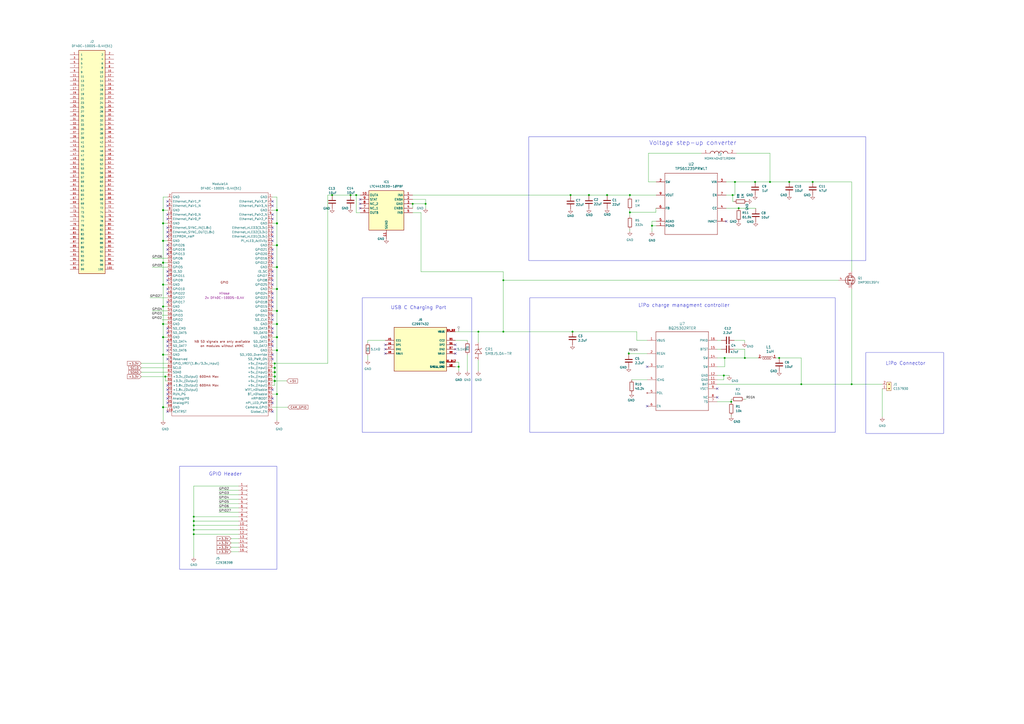
<source format=kicad_sch>
(kicad_sch (version 20230121) (generator eeschema)
  (paper "A2")
  (title_block (title "Raspberry Pi Compute Module 4 Carrier Board v1") (date "2023-06-21") (rev "v01") (comment 2 "creativecommons.org/licenses/by-sa/4.0") (comment 3 "License: CC BY 4.0") (comment 4 "Author: Iiro Karppanen"))
  (junction (at 378.206 130.937))
  (junction (at 206.629 113.157))
  (junction (at 94.615 139.7) (diameter 1.016))
  (junction (at 239.395 118.237))
  (junction (at 94.615 205.74) (diameter 1.016))
  (junction (at 364.744 205.105))
  (junction (at 160.655 154.94) (diameter 1.016))
  (junction (at 246.888 118.237))
  (junction (at 160.655 180.34) (diameter 1.016))
  (junction (at 159.385 220.98) (diameter 1.016))
  (junction (at 159.385 215.9) (diameter 1.016))
  (junction (at 291.973 162.56))
  (junction (at 291.973 192.405))
  (junction (at 160.655 142.24) (diameter 1.016))
  (junction (at 330.962 113.157))
  (junction (at 95.885 218.44))
  (junction (at 112.395 299.72))
  (junction (at 451.993 207.645))
  (junction (at 424.18 233.045))
  (junction (at 426.339 105.537))
  (junction (at 419.862 217.805))
  (junction (at 420.37 207.645))
  (junction (at 112.395 309.88))
  (junction (at 94.615 165.1) (diameter 1.016))
  (junction (at 432.054 207.645))
  (junction (at 341.63 113.157))
  (junction (at 159.385 218.44) (diameter 1.016))
  (junction (at 203.327 113.157))
  (junction (at 352.171 113.157))
  (junction (at 94.615 236.22) (diameter 1.016))
  (junction (at 112.395 304.8))
  (junction (at 438.023 105.537))
  (junction (at 94.615 187.96) (diameter 1.016))
  (junction (at 160.655 167.64) (diameter 1.016))
  (junction (at 365.379 123.19))
  (junction (at 160.655 228.6))
  (junction (at 160.655 195.58) (diameter 1.016))
  (junction (at 428.498 120.777))
  (junction (at 464.82 222.885))
  (junction (at 494.03 222.885))
  (junction (at 159.385 213.36) (diameter 1.016))
  (junction (at 160.655 129.54) (diameter 1.016))
  (junction (at 94.615 129.54) (diameter 1.016))
  (junction (at 266.065 212.725))
  (junction (at 94.615 121.92) (diameter 1.016))
  (junction (at 112.395 307.34))
  (junction (at 192.659 113.157))
  (junction (at 94.615 195.58) (diameter 1.016))
  (junction (at 94.615 152.4) (diameter 1.016))
  (junction (at 160.655 203.2) (diameter 1.016))
  (junction (at 332.105 192.405))
  (junction (at 365.379 113.157))
  (junction (at 160.655 187.96) (diameter 1.016))
  (junction (at 160.655 121.92) (diameter 1.016))
  (junction (at 424.9928 113.157))
  (junction (at 457.835 105.537))
  (junction (at 159.385 210.82))
  (junction (at 446.659 105.537))
  (junction (at 112.395 302.26))
  (junction (at 277.495 192.405))
  (junction (at 471.424 105.537))
  (junction (at 94.615 177.8) (diameter 1.016))
  (no_connect (at 158.115 226.06))
  (no_connect (at 158.115 127))
  (no_connect (at 421.259 128.397))
  (no_connect (at 158.115 162.56))
  (no_connect (at 97.155 223.52))
  (no_connect (at 223.52 200.025))
  (no_connect (at 158.115 185.42))
  (no_connect (at 158.115 149.86))
  (no_connect (at 158.115 160.02))
  (no_connect (at 158.115 134.62))
  (no_connect (at 158.115 208.28))
  (no_connect (at 97.155 167.64))
  (no_connect (at 97.155 116.84))
  (no_connect (at 223.52 205.105))
  (no_connect (at 158.115 190.5))
  (no_connect (at 97.155 190.5))
  (no_connect (at 97.155 137.16))
  (no_connect (at 158.115 231.14))
  (no_connect (at 158.115 124.46))
  (no_connect (at 208.915 118.237))
  (no_connect (at 158.115 198.12))
  (no_connect (at 158.115 238.76))
  (no_connect (at 158.115 200.66))
  (no_connect (at 375.412 235.585))
  (no_connect (at 416.052 230.505))
  (no_connect (at 97.155 175.26))
  (no_connect (at 158.115 152.4))
  (no_connect (at 158.115 205.74))
  (no_connect (at 97.155 226.06))
  (no_connect (at 158.115 177.8))
  (no_connect (at 97.155 200.66))
  (no_connect (at 158.115 147.32))
  (no_connect (at 158.115 193.04))
  (no_connect (at 97.155 134.62))
  (no_connect (at 97.155 124.46))
  (no_connect (at 158.115 132.08))
  (no_connect (at 416.052 225.425))
  (no_connect (at 264.16 205.105))
  (no_connect (at 158.115 182.88))
  (no_connect (at 97.155 231.14))
  (no_connect (at 97.155 193.04))
  (no_connect (at 97.155 233.68))
  (no_connect (at 97.155 147.32))
  (no_connect (at 158.115 233.68))
  (no_connect (at 97.155 144.78))
  (no_connect (at 158.115 170.18))
  (no_connect (at 158.115 116.84))
  (no_connect (at 208.915 115.697))
  (no_connect (at 97.155 127))
  (no_connect (at 97.155 157.48))
  (no_connect (at 158.115 165.1))
  (no_connect (at 97.155 238.76))
  (no_connect (at 97.155 228.6))
  (no_connect (at 158.115 144.78))
  (no_connect (at 158.115 139.7))
  (no_connect (at 97.155 132.08))
  (no_connect (at 208.915 120.777))
  (no_connect (at 158.115 157.48))
  (no_connect (at 97.155 160.02))
  (no_connect (at 375.412 212.725))
  (no_connect (at 97.155 162.56))
  (no_connect (at 97.155 170.18))
  (no_connect (at 97.155 208.28))
  (no_connect (at 264.16 200.025))
  (no_connect (at 158.115 137.16))
  (no_connect (at 97.155 142.24))
  (no_connect (at 97.155 203.2))
  (no_connect (at 97.155 198.12))
  (no_connect (at 158.115 175.26))
  (no_connect (at 264.16 202.565))
  (no_connect (at 158.115 172.72))
  (no_connect (at 97.155 119.38))
  (no_connect (at 158.115 119.38))
  (no_connect (at 223.52 202.565))
  (wire (pts (xy 158.115 142.24) (xy 160.655 142.24)))
  (wire (pts (xy 138.43 307.34) (xy 112.395 307.34)))
  (wire (pts (xy 158.115 220.98) (xy 159.385 220.98)))
  (wire (pts (xy 378.206 128.397) (xy 378.206 130.937)))
  (wire (pts (xy 158.115 121.92) (xy 160.655 121.92)))
  (wire (pts (xy 158.115 154.94) (xy 160.655 154.94)))
  (wire (pts (xy 341.63 113.157) (xy 341.63 113.411)))
  (wire (pts (xy 264.16 192.405) (xy 277.495 192.405)))
  (wire (pts (xy 457.835 105.537) (xy 446.659 105.537)))
  (wire (pts (xy 158.115 213.36) (xy 159.385 213.36)))
  (wire (pts (xy 112.395 307.34) (xy 112.395 309.88)))
  (wire (pts (xy 365.379 132.969) (xy 365.379 134.112)))
  (wire (pts (xy 376.174 105.537) (xy 380.619 105.537)))
  (wire (pts (xy 206.629 123.317) (xy 206.629 113.157)))
  (wire (pts (xy 159.385 215.9) (xy 159.385 213.36)))
  (wire (pts (xy 416.052 217.805) (xy 419.862 217.805)))
  (wire (pts (xy 494.03 105.537) (xy 494.03 157.48)))
  (wire (pts (xy 158.115 223.52) (xy 159.385 223.52)))
  (wire (pts (xy 127 294.64) (xy 138.43 294.64)))
  (wire (pts (xy 160.655 114.3) (xy 160.655 121.92)))
  (wire (pts (xy 112.395 304.8) (xy 138.43 304.8)))
  (wire (pts (xy 450.088 207.645) (xy 451.993 207.645)))
  (wire (pts (xy 138.43 309.88) (xy 112.395 309.88)))
  (wire (pts (xy 378.206 130.937) (xy 380.619 130.937)))
  (wire (pts (xy 158.115 228.6) (xy 160.655 228.6)))
  (wire (pts (xy 95.885 218.44) (xy 97.155 218.44)))
  (wire (pts (xy 94.615 205.74) (xy 94.615 236.22)))
  (wire (pts (xy 428.498 120.777) (xy 438.404 120.777)))
  (wire (pts (xy 158.115 129.54) (xy 160.655 129.54)))
  (wire (pts (xy 213.36 206.375) (xy 213.36 208.788)))
  (wire (pts (xy 364.744 205.105) (xy 364.744 205.486)))
  (wire (pts (xy 93.98 182.88) (xy 97.155 182.88)))
  (wire (pts (xy 244.221 157.607) (xy 291.973 157.607)))
  (wire (pts (xy 160.655 203.2) (xy 160.655 228.6)))
  (wire (pts (xy 239.395 113.157) (xy 330.962 113.157)))
  (wire (pts (xy 158.115 215.9) (xy 159.385 215.9)))
  (wire (pts (xy 94.615 121.92) (xy 97.155 121.92)))
  (wire (pts (xy 511.81 225.425) (xy 511.81 241.935)))
  (wire (pts (xy 112.395 299.72) (xy 112.395 302.26)))
  (wire (pts (xy 378.206 130.937) (xy 378.206 134.366)))
  (wire (pts (xy 291.973 162.56) (xy 486.41 162.56)))
  (wire (pts (xy 428.498 120.777) (xy 428.498 120.904)))
  (wire (pts (xy 94.615 152.4) (xy 94.615 165.1)))
  (wire (pts (xy 366.395 220.345) (xy 375.412 220.345)))
  (wire (pts (xy 112.395 309.88) (xy 112.395 323.215)))
  (wire (pts (xy 160.655 195.58) (xy 160.655 203.2)))
  (wire (pts (xy 159.385 213.36) (xy 159.385 210.82)))
  (wire (pts (xy 432.054 202.565) (xy 432.054 207.645)))
  (wire (pts (xy 160.655 121.92) (xy 160.655 129.54)))
  (wire (pts (xy 426.339 105.537) (xy 426.339 113.157)))
  (wire (pts (xy 94.615 165.1) (xy 97.155 165.1)))
  (wire (pts (xy 365.379 121.793) (xy 365.379 123.19)))
  (wire (pts (xy 246.888 118.237) (xy 246.888 120.777)))
  (wire (pts (xy 271.145 205.74) (xy 271.145 215.265)))
  (wire (pts (xy 213.36 197.485) (xy 213.36 198.755)))
  (wire (pts (xy 464.82 222.885) (xy 494.03 222.885)))
  (wire (pts (xy 158.115 167.64) (xy 160.655 167.64)))
  (wire (pts (xy 416.052 207.645) (xy 420.37 207.645)))
  (wire (pts (xy 341.63 113.157) (xy 330.962 113.157)))
  (wire (pts (xy 421.259 105.537) (xy 426.339 105.537)))
  (wire (pts (xy 206.629 113.157) (xy 208.915 113.157)))
  (wire (pts (xy 291.973 157.607) (xy 291.973 162.56)))
  (wire (pts (xy 94.615 195.58) (xy 97.155 195.58)))
  (wire (pts (xy 239.395 118.237) (xy 239.395 120.777)))
  (wire (pts (xy 94.615 177.8) (xy 94.615 187.96)))
  (wire (pts (xy 88.265 154.94) (xy 97.155 154.94)))
  (wire (pts (xy 380.492 120.777) (xy 380.492 123.19)))
  (wire (pts (xy 95.885 220.98) (xy 95.885 218.44)))
  (wire (pts (xy 94.615 114.3) (xy 94.615 121.92)))
  (wire (pts (xy 277.495 192.405) (xy 277.495 198.755)))
  (wire (pts (xy 81.915 218.44) (xy 95.885 218.44)))
  (wire (pts (xy 376.174 105.537) (xy 376.174 88.9)))
  (wire (pts (xy 416.052 222.885) (xy 464.82 222.885)))
  (wire (pts (xy 94.615 152.4) (xy 97.155 152.4)))
  (wire (pts (xy 277.495 208.915) (xy 277.495 215.265)))
  (wire (pts (xy 375.412 205.105) (xy 364.744 205.105)))
  (wire (pts (xy 424.9928 113.157) (xy 421.259 113.157)))
  (wire (pts (xy 369.443 192.405) (xy 369.443 197.485)))
  (wire (pts (xy 431.8 231.521) (xy 432.816 231.521)))
  (wire (pts (xy 94.615 139.7) (xy 97.155 139.7)))
  (wire (pts (xy 494.03 105.537) (xy 471.424 105.537)))
  (wire (pts (xy 416.052 202.565) (xy 418.338 202.565)))
  (wire (pts (xy 365.252 123.19) (xy 365.379 123.19)))
  (wire (pts (xy 332.105 192.405) (xy 369.443 192.405)))
  (wire (pts (xy 365.379 113.157) (xy 365.379 114.173)))
  (wire (pts (xy 291.973 192.405) (xy 332.105 192.405)))
  (wire (pts (xy 81.915 215.9) (xy 97.155 215.9)))
  (wire (pts (xy 291.973 162.56) (xy 291.973 192.405)))
  (wire (pts (xy 88.265 180.34) (xy 97.155 180.34)))
  (wire (pts (xy 94.615 187.96) (xy 94.615 195.58)))
  (wire (pts (xy 330.962 113.157) (xy 330.962 113.665)))
  (wire (pts (xy 127 287.02) (xy 138.43 287.02)))
  (wire (pts (xy 112.395 302.26) (xy 138.43 302.26)))
  (wire (pts (xy 352.171 113.157) (xy 352.171 113.284)))
  (wire (pts (xy 160.655 129.54) (xy 160.655 142.24)))
  (wire (pts (xy 426.339 113.157) (xy 424.9928 113.157)))
  (wire (pts (xy 93.98 185.42) (xy 97.155 185.42)))
  (wire (pts (xy 246.888 115.697) (xy 246.888 118.237)))
  (wire (pts (xy 264.16 210.185) (xy 266.065 210.185)))
  (wire (pts (xy 424.18 231.521) (xy 424.18 233.045)))
  (wire (pts (xy 133.985 312.42) (xy 138.43 312.42)))
  (wire (pts (xy 160.655 142.24) (xy 160.655 154.94)))
  (wire (pts (xy 420.37 207.645) (xy 432.054 207.645)))
  (wire (pts (xy 425.958 202.565) (xy 432.054 202.565)))
  (wire (pts (xy 446.659 88.9) (xy 446.659 105.537)))
  (wire (pts (xy 112.395 299.72) (xy 138.43 299.72)))
  (wire (pts (xy 431.927 197.485) (xy 425.958 197.485)))
  (wire (pts (xy 239.395 118.237) (xy 246.888 118.237)))
  (wire (pts (xy 94.615 121.92) (xy 94.615 129.54)))
  (wire (pts (xy 133.985 317.5) (xy 138.43 317.5)))
  (wire (pts (xy 446.659 105.537) (xy 438.023 105.537)))
  (wire (pts (xy 160.655 228.6) (xy 160.655 243.84)))
  (wire (pts (xy 364.744 203.962) (xy 364.744 205.105)))
  (wire (pts (xy 424.9928 116.8908) (xy 425.7294 116.8908)))
  (wire (pts (xy 160.655 180.34) (xy 160.655 187.96)))
  (wire (pts (xy 427.228 88.9) (xy 446.659 88.9)))
  (wire (pts (xy 160.655 154.94) (xy 160.655 167.64)))
  (wire (pts (xy 451.993 207.645) (xy 464.82 207.645)))
  (wire (pts (xy 244.221 123.317) (xy 244.221 157.607)))
  (wire (pts (xy 158.115 218.44) (xy 159.385 218.44)))
  (wire (pts (xy 127 292.1) (xy 138.43 292.1)))
  (wire (pts (xy 112.395 304.8) (xy 112.395 307.34)))
  (wire (pts (xy 158.115 180.34) (xy 160.655 180.34)))
  (wire (pts (xy 416.052 197.485) (xy 418.338 197.485)))
  (wire (pts (xy 190.119 113.157) (xy 192.659 113.157)))
  (wire (pts (xy 86.995 172.72) (xy 97.155 172.72)))
  (wire (pts (xy 133.985 320.04) (xy 138.43 320.04)))
  (wire (pts (xy 94.615 139.7) (xy 94.615 152.4)))
  (wire (pts (xy 239.395 123.317) (xy 244.221 123.317)))
  (wire (pts (xy 127 284.48) (xy 138.43 284.48)))
  (wire (pts (xy 365.379 113.157) (xy 352.171 113.157)))
  (wire (pts (xy 464.82 207.645) (xy 464.82 222.885)))
  (wire (pts (xy 416.052 233.045) (xy 424.18 233.045)))
  (wire (pts (xy 352.171 113.157) (xy 341.63 113.157)))
  (wire (pts (xy 494.03 167.64) (xy 494.03 222.885)))
  (wire (pts (xy 94.615 205.74) (xy 97.155 205.74)))
  (wire (pts (xy 423.037 217.805) (xy 423.037 217.932)))
  (wire (pts (xy 277.495 192.405) (xy 291.973 192.405)))
  (wire (pts (xy 376.174 88.9) (xy 406.908 88.9)))
  (wire (pts (xy 112.395 281.94) (xy 112.395 299.72)))
  (wire (pts (xy 88.265 149.86) (xy 97.155 149.86)))
  (wire (pts (xy 424.9928 113.157) (xy 424.9928 116.8908)))
  (wire (pts (xy 192.659 113.157) (xy 192.659 113.284)))
  (wire (pts (xy 81.915 210.82) (xy 97.155 210.82)))
  (wire (pts (xy 94.615 236.22) (xy 97.155 236.22)))
  (wire (pts (xy 471.424 105.537) (xy 457.835 105.537)))
  (wire (pts (xy 264.16 212.725) (xy 266.065 212.725)))
  (wire (pts (xy 438.404 120.777) (xy 438.404 121.031)))
  (wire (pts (xy 94.615 187.96) (xy 97.155 187.96)))
  (wire (pts (xy 158.115 210.82) (xy 159.385 210.82)))
  (wire (pts (xy 419.862 220.345) (xy 419.862 217.805)))
  (wire (pts (xy 94.615 177.8) (xy 97.155 177.8)))
  (wire (pts (xy 416.052 212.725) (xy 420.37 212.725)))
  (wire (pts (xy 266.065 212.725) (xy 266.065 215.265)))
  (wire (pts (xy 271.145 197.485) (xy 271.145 198.12)))
  (wire (pts (xy 424.18 240.919) (xy 424.18 241.554)))
  (wire (pts (xy 416.052 220.345) (xy 419.862 220.345)))
  (wire (pts (xy 138.43 281.94) (xy 112.395 281.94)))
  (wire (pts (xy 190.119 113.157) (xy 190.119 210.82)))
  (wire (pts (xy 97.155 114.3) (xy 94.615 114.3)))
  (wire (pts (xy 159.385 223.52) (xy 159.385 220.98)))
  (wire (pts (xy 158.115 187.96) (xy 160.655 187.96)))
  (wire (pts (xy 158.115 203.2) (xy 160.655 203.2)))
  (wire (pts (xy 380.492 123.19) (xy 365.379 123.19)))
  (wire (pts (xy 192.659 113.157) (xy 203.327 113.157)))
  (wire (pts (xy 369.443 197.485) (xy 375.412 197.485)))
  (wire (pts (xy 208.915 123.317) (xy 206.629 123.317)))
  (wire (pts (xy 365.379 123.19) (xy 365.379 125.349)))
  (wire (pts (xy 239.395 115.697) (xy 246.888 115.697)))
  (wire (pts (xy 159.385 220.98) (xy 159.385 218.44)))
  (wire (pts (xy 127 297.18) (xy 138.43 297.18)))
  (wire (pts (xy 159.385 210.82) (xy 190.119 210.82)))
  (wire (pts (xy 94.615 165.1) (xy 94.615 177.8)))
  (wire (pts (xy 159.385 218.44) (xy 159.385 215.9)))
  (wire (pts (xy 133.985 314.96) (xy 138.43 314.96)))
  (wire (pts (xy 158.115 195.58) (xy 160.655 195.58)))
  (wire (pts (xy 94.615 129.54) (xy 94.615 139.7)))
  (wire (pts (xy 158.115 236.22) (xy 167.005 236.22)))
  (wire (pts (xy 127 289.56) (xy 138.43 289.56)))
  (wire (pts (xy 494.03 222.885) (xy 511.81 222.885)))
  (wire (pts (xy 431.927 198.755) (xy 431.927 197.485)))
  (wire (pts (xy 426.339 105.537) (xy 438.023 105.537)))
  (wire (pts (xy 380.492 120.777) (xy 380.619 120.777)))
  (wire (pts (xy 94.615 195.58) (xy 94.615 205.74)))
  (wire (pts (xy 380.619 128.397) (xy 378.206 128.397)))
  (wire (pts (xy 266.065 210.185) (xy 266.065 212.725)))
  (wire (pts (xy 158.115 114.3) (xy 160.655 114.3)))
  (wire (pts (xy 380.619 113.157) (xy 365.379 113.157)))
  (wire (pts (xy 419.862 217.805) (xy 423.037 217.805)))
  (wire (pts (xy 94.615 129.54) (xy 97.155 129.54)))
  (wire (pts (xy 223.52 197.485) (xy 213.36 197.485)))
  (wire (pts (xy 203.327 113.157) (xy 206.629 113.157)))
  (wire (pts (xy 159.385 220.98) (xy 166.37 220.98)))
  (wire (pts (xy 81.915 213.36) (xy 97.155 213.36)))
  (wire (pts (xy 420.37 212.725) (xy 420.37 207.645)))
  (wire (pts (xy 94.615 236.22) (xy 94.615 243.84)))
  (wire (pts (xy 424.18 233.045) (xy 424.18 233.299)))
  (wire (pts (xy 160.655 187.96) (xy 160.655 195.58)))
  (wire (pts (xy 160.655 167.64) (xy 160.655 180.34)))
  (wire (pts (xy 97.155 220.98) (xy 95.885 220.98)))
  (wire (pts (xy 112.395 302.26) (xy 112.395 304.8)))
  (wire (pts (xy 432.054 207.645) (xy 439.928 207.645)))
  (wire (pts (xy 264.16 197.485) (xy 271.145 197.485)))
  (wire (pts (xy 421.259 120.777) (xy 428.498 120.777)))
  (rectangle (start 306.705 79.375) (end 502.285 151.13))
  (rectangle (start 307.34 172.72) (end 484.505 250.825))
  (rectangle (start 210.185 172.72) (end 273.685 250.825))
  (rectangle (start 104.14 270.51) (end 160.655 330.2))
  (rectangle (start 502.285 204.47) (end 547.37 251.46))
  (text "USB C Charging Port\n" (at 226.695 179.705 0) (effects (font (size 2 2)) (justify left bottom)))
  (text "LiPo charge managment controller\n\n" (at 370.205 181.61 0) (effects (font (size 2 2)) (justify left bottom)))
  (text "Voltage step-up converter" (at 376.555 84.455 0) (effects (font (size 2.5 2.5)) (justify left bottom)))
  (text "GPIO Header" (at 140.335 276.225 0) (effects (font (size 2 2)) (justify right bottom)))
  (text "LiPo Connector\n\n" (at 513.715 215.265 0) (effects (font (size 2 2)) (justify left bottom)))
  (label "GPIO27" (at 127 297.18 0))
  (label "GPIO6" (at 127 294.64 0))
  (label "GPIO3" (at 93.98 182.88 180))
  (label "GPIO4" (at 88.265 180.34 0))
  (label "REGN" (at 364.744 203.962 0))
  (label "GPIO2" (at 93.98 185.42 180))
  (label "GPIO3" (at 127 287.02 0))
  (label "GPIO27" (at 86.995 172.72 0))
  (label "GPIO4" (at 127 289.56 0))
  (label "REGN" (at 432.816 231.521 0))
  (label "GPIO5" (at 88.265 154.94 0))
  (label "GPIO6" (at 88.265 149.86 0))
  (label "GPIO5" (at 127 292.1 0))
  (label "GPIO2" (at 127 284.48 0))
  (global_label "+3.3V" (shape input) (at 133.985 312.42 180) (property "Intersheetrefs" "${INTERSHEET_REFS}" (effects hide)))
  (global_label "SCL0" (shape input) (at 81.915 213.36 180) (property "Intersheetrefs" "${INTERSHEET_REFS}" (effects hide)))
  (global_label "+3.3V" (shape input) (at 133.985 317.5 180) (property "Intersheetrefs" "${INTERSHEET_REFS}" (effects hide)))
  (global_label "+3.3V" (shape input) (at 133.985 314.96 180) (property "Intersheetrefs" "${INTERSHEET_REFS}" (effects hide)))
  (global_label "+3.3V" (shape input) (at 81.915 218.44 180) (property "Intersheetrefs" "${INTERSHEET_REFS}" (effects hide)))
  (global_label "+3.3V" (shape input) (at 81.915 210.82 180) (property "Intersheetrefs" "${INTERSHEET_REFS}" (effects hide)))
  (global_label "+5V" (shape input) (at 166.37 220.98 0) (property "Intersheetrefs" "${INTERSHEET_REFS}" (effects hide)))
  (global_label "+3.3V" (shape input) (at 133.985 320.04 180) (property "Intersheetrefs" "${INTERSHEET_REFS}" (effects hide)))
  (global_label "SDA0" (shape input) (at 81.915 215.9 180) (property "Intersheetrefs" "${INTERSHEET_REFS}" (effects hide)))
  (global_label "CAM_GPIO" (shape input) (at 167.005 236.22 0) (property "Intersheetrefs" "${INTERSHEET_REFS}" (effects hide)))
  (netclass_flag "" (length 2.54) (shape round) (at 266.065 192.405 0) (property "Netclass" "Power" (effects hide)))
  (symbol (lib_name "GND_4") (lib_id "power:GND") (at 192.659 120.904 0) (unit 1)
    (property "Reference" "#PWR032" (effects hide))
    (property "Value" "GND" (at 189.484 120.904 0))
  )
  (symbol (lib_name "GND_4") (lib_id "power:GND") (at 471.424 113.157 0) (unit 1)
    (property "Reference" "#PWR029" (effects hide))
    (property "Value" "GND" (at 468.249 113.157 0))
  )
  (symbol (lib_id "Device:R") (at 365.379 117.983 0) (unit 1)
    (property "Reference" "R7" (at 368.3 116.713 0) (effects (justify left)))
    (property "Value" "1M" (at 368.3 119.253 0) (effects (justify left)))
    (property "Footprint" "Resistor_SMD:R_0603_1608Metric" (effects hide))
  )
  (symbol (lib_id "Device:C") (at 422.148 202.565 270) (unit 1)
    (property "Reference" "C4" (at 425.45 200.406 90))
    (property "Value" "47nF" (at 426.085 204.216 90))
    (property "Footprint" "Capacitor_SMD:C_0603_1608Metric" (effects hide))
  )
  (symbol (lib_id "power:GND") (at 94.615 243.84 0) (unit 1)
    (property "Reference" "#PWR0101" (effects hide))
    (property "Value" "GND" (at 95.885 248.92 0))
  )
  (symbol (lib_id "DF40C-100DS-0.4V_51_:DF40C-100DS-0.4V(51)") (at 53.34 92.71 0) (unit 1)
    (property "Reference" "J2" (at 53.34 24.13 0))
    (property "Value" "DF40C-100DS-0.4V(51)" (at 53.34 26.67 0))
    (property "Footprint" "DF40C-100DS-0.4V_51_:HRS_DF40C-100DS-0.4V(51)" (effects hide))
    (property "PRICE" "$1.36 USD" (effects hide))
    (property "MF" "HRS" (effects hide))
    (property "MP" "DF40C-100DS-0.4V(51)" (effects hide))
    (property "AVAILABILITY" "Good" (effects hide))
    (property "PACKAGE" "None" (effects hide))
  )
  (symbol (lib_name "GND_1") (lib_id "power:GND") (at 365.379 134.112 0) (unit 1)
    (property "Reference" "#PWR01" (effects hide))
    (property "Value" "GND" (at 365.379 139.192 0))
  )
  (symbol (lib_id "Device:C") (at 457.835 109.347 0) (unit 1)
    (property "Reference" "C10" (at 461.01 108.077 0) (effects (justify left)))
    (property "Value" "10uF" (at 461.01 110.617 0) (effects (justify left)))
    (property "Footprint" "Capacitor_SMD:C_0603_1608Metric" (effects hide))
  )
  (symbol (lib_id "Device:R") (at 271.145 201.93 180) (unit 1)
    (property "Reference" "R9" (at 271.272 202.057 90))
    (property "Value" "5.1kΩ" (at 267.97 202.565 0))
    (property "Footprint" "Resistor_SMD:R_0603_1608Metric" (effects hide))
  )
  (symbol (lib_id "Device:C") (at 364.744 209.296 0) (unit 1)
    (property "Reference" "C5" (at 368.3 208.026 0) (effects (justify left)))
    (property "Value" "2.2uF" (at 368.3 210.566 0) (effects (justify left)))
    (property "Footprint" "Capacitor_SMD:C_0603_1608Metric" (effects hide))
  )
  (symbol (lib_name "GND_4") (lib_id "power:GND") (at 224.155 138.557 0) (unit 1)
    (property "Reference" "#PWR030" (effects hide))
    (property "Value" "GND" (at 220.98 138.557 0))
  )
  (symbol (lib_name "GND_4") (lib_id "power:GND") (at 424.18 241.554 0) (unit 1)
    (property "Reference" "#PWR018" (effects hide))
    (property "Value" "GND" (at 427.482 244.602 0))
  )
  (symbol (lib_id "power:GND") (at 160.655 243.84 0) (unit 1)
    (property "Reference" "#PWR0102" (effects hide))
    (property "Value" "GND" (at 161.925 248.92 0))
  )
  (symbol (lib_name "GND_4") (lib_id "power:GND") (at 457.835 113.157 0) (unit 1)
    (property "Reference" "#PWR028" (effects hide))
    (property "Value" "GND" (at 454.66 113.157 0))
  )
  (symbol (lib_id "CM4IO:ComputeModule4-CM4") (at 130.175 170.18 0) (unit 1)
    (property "Reference" "Module1" (at 127.635 106.68 0))
    (property "Value" " DF40C-100DS-0.4V(51)" (at 127.635 109.22 0))
    (property "Footprint" "CM4IO:Raspberry-Pi-4-Compute-Module" (effects hide))
    (property "Manufacturer" "Hirose" (at 130.175 170.18 0))
    (property "MPN" "2x DF40C-100DS-0.4V" (at 130.175 172.72 0))
    (property "Digi-Key_PN" "2x H11615CT-ND" (effects hide))
    (property "Digi-Key_PN (Alt)" "2x H124602CT-ND" (effects hide))
  )
  (symbol (lib_id "Device:C") (at 341.63 117.221 0) (unit 1)
    (property "Reference" "C2" (at 344.424 115.824 0) (effects (justify left)))
    (property "Value" "22uF" (at 344.424 118.364 0) (effects (justify left)))
    (property "Footprint" "Capacitor_SMD:C_0603_1608Metric" (effects hide))
  )
  (symbol (lib_name "GND_4") (lib_id "power:GND") (at 431.927 198.755 0) (unit 1)
    (property "Reference" "#PWR021" (effects hide))
    (property "Value" "GND" (at 435.102 200.914 0))
  )
  (symbol (lib_name "GND_4") (lib_id "power:GND") (at 438.404 128.651 0) (unit 1)
    (property "Reference" "#PWR022" (effects hide))
    (property "Value" "GND" (at 435.229 128.651 0))
  )
  (symbol (lib_name "GND_1") (lib_id "power:GND") (at 332.105 200.025 0) (unit 1)
    (property "Reference" "#PWR010" (effects hide))
    (property "Value" "GND" (effects hide))
  )
  (symbol (lib_name "GND_8") (lib_id "power:GND") (at 271.145 215.265 0) (unit 1)
    (property "Reference" "#PWR013" (effects hide))
    (property "Value" "GND" (at 271.145 220.345 0))
  )
  (symbol (lib_name "GND_4") (lib_id "power:GND") (at 438.023 113.157 0) (unit 1)
    (property "Reference" "#PWR027" (effects hide))
    (property "Value" "GND" (at 434.848 113.157 0))
  )
  (symbol (lib_name "GND_4") (lib_id "power:GND") (at 364.744 213.106 0) (unit 1)
    (property "Reference" "#PWR017" (effects hide))
    (property "Value" "GND" (at 361.569 213.106 0))
  )
  (symbol (lib_name "BQ25302RTER_1") (lib_id "BQ25302:BQ25302RTER") (at 395.732 215.265 0) (unit 1)
    (property "Reference" "U7" (at 395.732 187.833 0) (effects (font (size 1.524 1.524))))
    (property "Value" "BQ25302RTER" (at 395.732 190.373 0) (effects (font (size 1.524 1.524))))
    (property "Footprint" "BQ25302:RTE0016C" (effects hide))
    (property "Datasheet" "BQ25302RTER" (effects hide))
  )
  (symbol (lib_id "Device:C") (at 471.424 109.347 0) (unit 1)
    (property "Reference" "C11" (at 474.98 108.077 0) (effects (justify left)))
    (property "Value" "47uF" (at 474.98 110.617 0) (effects (justify left)))
    (property "Footprint" "Capacitor_SMD:C_1206_3216Metric" (effects hide))
  )
  (symbol (lib_id "Device:R") (at 429.5394 116.8908 90) (unit 1)
    (property "Reference" "R8" (at 428.2694 115.1128 0) (effects (justify left)))
    (property "Value" "1M" (at 430.8094 115.1128 0) (effects (justify left)))
    (property "Footprint" "Resistor_SMD:R_0603_1608Metric" (effects hide))
  )
  (symbol (lib_name "GND_2") (lib_id "power:GND") (at 511.81 241.935 0) (unit 1)
    (property "Reference" "#PWR02" (effects hide))
    (property "Value" "GND" (at 511.81 247.015 0))
  )
  (symbol (lib_name "GND_4") (lib_id "power:GND") (at 451.993 215.265 0) (unit 1)
    (property "Reference" "#PWR020" (effects hide))
    (property "Value" "GND" (at 448.818 215.265 0))
  )
  (symbol (lib_id "Device:C") (at 203.327 116.967 0) (unit 1)
    (property "Reference" "C14" (at 201.168 109.22 0) (effects (justify left)))
    (property "Value" "10uF" (at 201.168 111.76 0) (effects (justify left)))
    (property "Footprint" "Capacitor_SMD:C_0603_1608Metric" (effects hide))
  )
  (symbol (lib_id "Device:C") (at 451.993 211.455 0) (unit 1)
    (property "Reference" "C6" (at 455.168 210.185 0) (effects (justify left)))
    (property "Value" "10uF" (at 455.168 212.725 0) (effects (justify left)))
    (property "Footprint" "Capacitor_SMD:C_0603_1608Metric" (effects hide))
  )
  (symbol (lib_name "GND_4") (lib_id "power:GND") (at 428.498 128.524 0) (unit 1)
    (property "Reference" "#PWR025" (effects hide))
    (property "Value" "GND" (at 425.323 128.524 0))
  )
  (symbol (lib_name "GND_4") (lib_id "power:GND") (at 433.3494 116.8908 90) (unit 1)
    (property "Reference" "#PWR031" (effects hide))
    (property "Value" "GND" (at 433.3494 120.0658 0))
  )
  (symbol (lib_name "GND_4") (lib_id "power:GND") (at 330.962 121.285 0) (unit 1)
    (property "Reference" "#PWR014" (effects hide))
    (property "Value" "GND" (at 330.962 125.222 0))
  )
  (symbol (lib_id "SMBJ5-0A-TR:SMBJ5.0A-TR") (at 277.495 198.755 270) (unit 1)
    (property "Reference" "CR1" (at 281.305 202.565 90) (effects (font (size 1.524 1.524)) (justify left)))
    (property "Value" "SMBJ5.0A-TR" (at 281.305 205.105 90) (effects (font (size 1.524 1.524)) (justify left)))
    (property "Footprint" "SMBJ5-0A-TR:SMB_STM" (effects hide))
    (property "Datasheet" "SMBJ5.0A-TR" (effects hide))
  )
  (symbol (lib_id "USB4105-GF-A:USB4105-GF-A") (at 243.84 202.565 0) (unit 1)
    (property "Reference" "J6" (at 243.84 185.42 0))
    (property "Value" "C2997432" (at 243.84 187.96 0))
    (property "Footprint" "USB4105-GF-A:GCT_USB4105-GF-A" (effects hide))
    (property "PARTREV" "A3" (effects hide))
    (property "STANDARD" "Manufacturer Recommendations" (effects hide))
    (property "MAXIMUM_PACKAGE_HEIGHT" "3.31 mm" (effects hide))
    (property "MANUFACTURER" "GCT" (effects hide))
  )
  (symbol (lib_id "Device:R") (at 428.498 124.714 0) (unit 1)
    (property "Reference" "R11" (at 430.53 123.444 0) (effects (justify left)))
    (property "Value" "61.9k" (at 430.53 125.984 0) (effects (justify left)))
    (property "Footprint" "Resistor_SMD:R_0603_1608Metric" (effects hide))
  )
  (symbol (lib_id "LTC4413EDD-PBF:LTC4413EDD-1#PBF") (at 239.395 113.157 0) (mirror y) (unit 1)
    (property "Reference" "IC1" (at 224.155 105.537 0))
    (property "Value" "LTC4413EDD-1#PBF" (at 224.155 108.077 0))
    (property "Footprint" "LTC4413EDD_PBF:SON50P300X300X80-11N" (effects hide))
    (property "Datasheet" "https://www.analog.com/media/en/technical-documentation/data-sheets/441312fg.pdf" (effects hide))
    (property "Height" "0.8" (effects hide))
    (property "Mouser Part Number" "584-LTC4413EDD-1#PBF" (effects hide))
    (property "Mouser Price/Stock" "https://www.mouser.co.uk/ProductDetail/Analog-Devices/LTC4413EDD-1PBF?qs=hVkxg5c3xu%2FTHhCUPPFzNg%3D%3D" (effects hide))
    (property "Manufacturer_Name" "Analog Devices" (effects hide))
    (property "Manufacturer_Part_Number" "LTC4413EDD-1#PBF" (effects hide))
  )
  (symbol (lib_name "GND_5") (lib_id "power:GND") (at 112.395 323.215 0) (unit 1)
    (property "Reference" "#PWR023" (effects hide))
    (property "Value" "GND" (at 112.395 327.66 0))
  )
  (symbol (lib_name "GND_4") (lib_id "power:GND") (at 423.037 217.932 0) (unit 1)
    (property "Reference" "#PWR016" (effects hide))
    (property "Value" "GND" (at 426.339 220.98 0))
  )
  (symbol (lib_id "MDMK4040T1R0MM:MDMK4040T1R0MM") (at 406.908 88.9 0) (unit 1)
    (property "Reference" "L2" (at 417.576 89.408 0))
    (property "Value" "MDMK4040T1R0MM" (at 417.576 91.948 0))
    (property "Footprint" "MDMK4040T1R0MM:MDMK4040T1R0MM" (effects hide))
    (property "Datasheet" "https://datasheet.datasheetarchive.com/originals/distributors/DKDS-8/144136.pdf" (effects hide))
    (property "Height" "1.2" (effects hide))
    (property "Manufacturer_Name" "TAIYO YUDEN" (effects hide))
    (property "Manufacturer_Part_Number" "MDMK4040T1R0MM" (effects hide))
  )
  (symbol (lib_id "Device:C") (at 422.148 197.485 90) (unit 1)
    (property "Reference" "C12" (at 422.148 190.5 90))
    (property "Value" "2.2uF" (at 422.148 193.04 90))
    (property "Footprint" "Capacitor_SMD:C_0603_1608Metric" (effects hide))
  )
  (symbol (lib_id "Device:R") (at 424.18 237.109 180) (unit 1)
    (property "Reference" "R1" (at 426.72 235.839 0) (effects (justify right)))
    (property "Value" "10k" (at 426.72 238.379 0) (effects (justify right)))
    (property "Footprint" "Resistor_SMD:R_0603_1608Metric" (effects hide))
  )
  (symbol (lib_name "GND_4") (lib_id "power:GND") (at 341.63 121.031 0) (unit 1)
    (property "Reference" "#PWR05" (effects hide))
    (property "Value" "GND" (at 341.884 124.714 0))
  )
  (symbol (lib_name "GND_1") (lib_id "power:GND") (at 378.206 134.366 0) (unit 1)
    (property "Reference" "#PWR03" (effects hide))
    (property "Value" "GND" (at 378.206 139.446 0))
  )
  (symbol (lib_id "Device:C") (at 438.023 109.347 0) (unit 1)
    (property "Reference" "C9" (at 441.96 108.077 0) (effects (justify left)))
    (property "Value" "1uF" (at 441.96 110.617 0) (effects (justify left)))
    (property "Footprint" "Capacitor_SMD:C_0603_1608Metric" (effects hide))
  )
  (symbol (lib_name "GND_8") (lib_id "power:GND") (at 213.36 208.788 0) (unit 1)
    (property "Reference" "#PWR09" (effects hide))
    (property "Value" "GND" (at 213.36 213.995 0))
  )
  (symbol (lib_name "GND_4") (lib_id "power:GND") (at 203.327 120.777 0) (unit 1)
    (property "Reference" "#PWR033" (effects hide))
    (property "Value" "GND" (at 200.152 120.777 0))
  )
  (symbol (lib_id "Device:C") (at 330.962 117.475 0) (unit 1)
    (property "Reference" "C7" (at 334.01 116.205 0) (effects (justify left)))
    (property "Value" "22uF" (at 334.01 118.745 0) (effects (justify left)))
    (property "Footprint" "Capacitor_SMD:C_0603_1608Metric" (effects hide))
  )
  (symbol (lib_id "Device:R") (at 365.379 129.159 0) (unit 1)
    (property "Reference" "R5" (at 368.3 127.889 0) (effects (justify left)))
    (property "Value" "332k" (at 368.3 130.429 0) (effects (justify left)))
    (property "Footprint" "Resistor_SMD:R_0603_1608Metric" (effects hide))
  )
  (symbol (lib_id "Transistor_FET:DMP3013SFV") (at 491.49 162.56 0) (unit 1)
    (property "Reference" "Q1" (at 497.586 161.29 0) (effects (justify left)))
    (property "Value" "DMP3013SFV" (at 497.586 163.83 0) (effects (justify left)))
    (property "Footprint" "Package_SON:Diodes_PowerDI3333-8" (effects hide))
    (property "Datasheet" "https://www.diodes.com/assets/Datasheets/DMP3013SFV.pdf" (effects hide))
  )
  (symbol (lib_name "GND_4") (lib_id "power:GND") (at 246.888 120.777 0) (unit 1)
    (property "Reference" "#PWR034" (effects hide))
    (property "Value" "GND" (at 243.713 120.777 0))
  )
  (symbol (lib_id "dk_Rectangular-Connectors-Headers-Male-Pins:B2B-PH-SM4-TB_LF__SN_") (at 514.35 225.425 90) (unit 1)
    (property "Reference" "J1" (at 518.16 222.885 90) (effects (justify right)))
    (property "Value" "C157930" (at 518.16 225.425 90) (effects (justify right)))
    (property "Footprint" "digikey-footprints:PinHeader_1x2_P2mm" (effects hide))
    (property "Datasheet" "http://www.jst-mfg.com/product/pdf/eng/ePH.pdf" (effects hide))
    (property "Digi-Key_PN" "455-1734-1-ND" (effects hide))
    (property "MPN" "B2B-PH-SM4-TB(LF)(SN)" (effects hide))
    (property "Category" "Connectors, Interconnects" (effects hide))
    (property "Family" "Rectangular Connectors - Headers, Male Pins" (effects hide))
    (property "DK_Datasheet_Link" "http://www.jst-mfg.com/product/pdf/eng/ePH.pdf" (effects hide))
    (property "DK_Detail_Page" "/product-detail/en/jst-sales-america-inc/B2B-PH-SM4-TB(LF)(SN)/455-1734-1-ND/926831" (effects hide))
    (property "Description" "CONN HEADER SMD 2POS 2MM" (effects hide))
    (property "Manufacturer" "JST Sales America Inc." (effects hide))
    (property "Status" "Active" (effects hide))
  )
  (symbol (lib_id "Device:R") (at 366.395 224.155 0) (unit 1)
    (property "Reference" "R10" (at 368.3 222.885 0) (effects (justify left)))
    (property "Value" "40.2k" (at 368.3 225.425 0) (effects (justify left)))
    (property "Footprint" "Resistor_SMD:R_0603_1608Metric" (effects hide))
  )
  (symbol (lib_id "Device:C") (at 332.105 196.215 0) (unit 1)
    (property "Reference" "C3" (at 335.28 194.945 0) (effects (justify left)))
    (property "Value" "2.2uF" (at 335.28 197.485 0) (effects (justify left)))
    (property "Footprint" "Capacitor_SMD:C_0603_1608Metric" (effects hide))
  )
  (symbol (lib_id "Device:R") (at 427.99 231.521 270) (unit 1)
    (property "Reference" "R2" (at 427.99 225.933 90))
    (property "Value" "10k" (at 427.99 228.473 90))
    (property "Footprint" "Resistor_SMD:R_0603_1608Metric" (effects hide))
  )
  (symbol (lib_id "Device:C") (at 438.404 124.841 0) (unit 1)
    (property "Reference" "C8" (at 441.579 123.571 0) (effects (justify left)))
    (property "Value" "10uF" (at 441.579 126.111 0) (effects (justify left)))
    (property "Footprint" "Capacitor_SMD:C_0603_1608Metric" (effects hide))
  )
  (symbol (lib_id "Device:C") (at 352.171 117.094 0) (unit 1)
    (property "Reference" "C1" (at 355.092 116.078 0) (effects (justify left)))
    (property "Value" "22uF" (at 355.092 118.618 0) (effects (justify left)))
    (property "Footprint" "Capacitor_SMD:C_0603_1608Metric" (effects hide))
  )
  (symbol (lib_name "GND_4") (lib_id "power:GND") (at 352.171 120.904 0) (unit 1)
    (property "Reference" "#PWR04" (effects hide))
    (property "Value" "GND" (at 352.298 124.46 0))
  )
  (symbol (lib_id "Device:R") (at 213.36 202.565 180) (unit 1)
    (property "Reference" "R6" (at 213.487 202.692 90))
    (property "Value" "5.1kΩ" (at 217.805 202.565 0))
    (property "Footprint" "Resistor_SMD:R_0603_1608Metric" (effects hide))
  )
  (symbol (lib_id "dk_Fixed-Inductors:13R106C") (at 445.008 207.645 180) (unit 1)
    (property "Reference" "L1" (at 444.373 201.295 0) (effects (font (size 1.524 1.524)) (justify right)))
    (property "Value" "1uH" (at 444.373 203.835 0) (effects (font (size 1.524 1.524)) (justify right)))
    (property "Footprint" "Inductor_SMD:L_0805_2012Metric" (effects hide))
    (property "Datasheet" "https://www.murata-ps.com/data/magnetics/kmp_1300r.pdf" (effects hide))
    (property "Digi-Key_PN" "811-2058-ND" (effects hide))
    (property "MPN" "13R106C" (effects hide))
    (property "Category" "Inductors, Coils, Chokes" (effects hide))
    (property "Family" "Fixed Inductors" (effects hide))
    (property "DK_Datasheet_Link" "https://www.murata-ps.com/data/magnetics/kmp_1300r.pdf" (effects hide))
    (property "DK_Detail_Page" "/product-detail/en/murata-power-solutions-inc/13R106C/811-2058-ND/1998245" (effects hide))
    (property "Description" "FIXED IND 10MH 85MA 23.8 OHM TH" (effects hide))
    (property "Manufacturer" "Murata Power Solutions Inc." (effects hide))
    (property "Status" "Active" (effects hide))
  )
  (symbol (lib_name "GND_9") (lib_id "power:GND") (at 277.495 215.265 0) (unit 1)
    (property "Reference" "#PWR024" (effects hide))
    (property "Value" "GND" (at 277.495 220.345 0))
  )
  (symbol (lib_id "Device:C") (at 192.659 117.094 0) (unit 1)
    (property "Reference" "C13" (at 190.5 109.347 0) (effects (justify left)))
    (property "Value" "10uF" (at 190.5 111.887 0) (effects (justify left)))
    (property "Footprint" "Capacitor_SMD:C_0603_1608Metric" (effects hide))
  )
  (symbol (lib_id "TPS61235PRWLT:TPS61235PRWLT") (at 400.939 118.237 0) (mirror y) (unit 1)
    (property "Reference" "U2" (at 400.939 95.25 0) (effects (font (size 1.524 1.524))))
    (property "Value" "TPS61235PRWLT" (at 400.939 97.79 0) (effects (font (size 1.524 1.524))))
    (property "Footprint" "RWL0009A" (effects hide))
    (property "Datasheet" "TPS61235PRWLT" (effects hide))
  )
  (symbol (lib_id "Connector:Conn_01x16_Socket") (at 143.51 299.72 0) (unit 1)
    (property "Reference" "J5" (at 125.095 323.85 0) (effects (justify left)))
    (property "Value" "C2938398" (at 125.095 326.39 0) (effects (justify left)))
    (property "Footprint" "Connector_PinSocket_1.27mm:PinSocket_2x08_P1.27mm_Vertical_SMD" (effects hide))
  )
  (symbol (lib_name "GND_7") (lib_id "power:GND") (at 266.065 215.265 0) (unit 1)
    (property "Reference" "#PWR026" (effects hide))
    (property "Value" "GND" (at 266.065 220.345 0))
  )
  (symbol (lib_name "GND_4") (lib_id "power:GND") (at 366.395 227.965 0) (unit 1)
    (property "Reference" "#PWR019" (effects hide))
    (property "Value" "GND" (at 366.141 232.156 0))
  )
)
</source>
